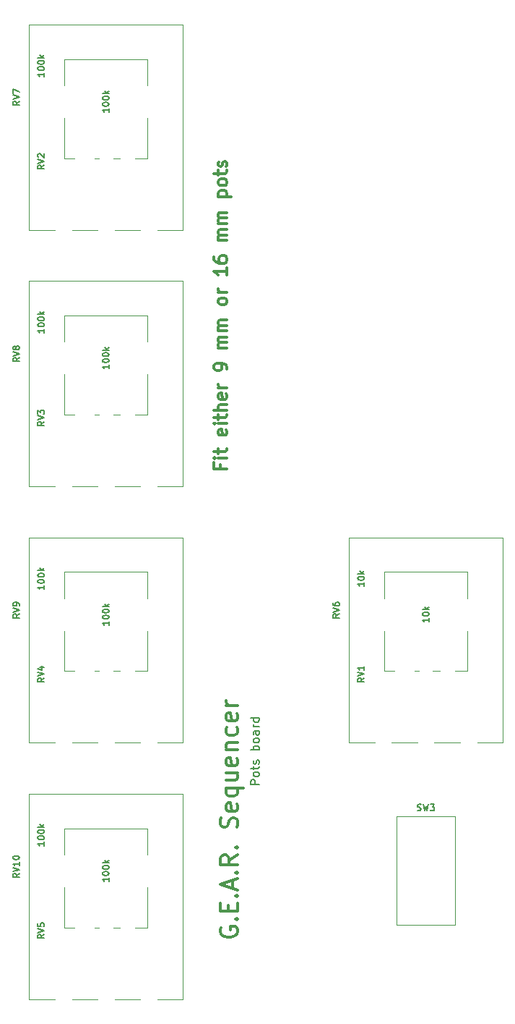
<source format=gbr>
%TF.GenerationSoftware,KiCad,Pcbnew,5.1.12-84ad8e8a86~92~ubuntu20.04.1*%
%TF.CreationDate,2021-11-13T15:40:40-05:00*%
%TF.ProjectId,gearseq,67656172-7365-4712-9e6b-696361645f70,rev?*%
%TF.SameCoordinates,Original*%
%TF.FileFunction,Legend,Top*%
%TF.FilePolarity,Positive*%
%FSLAX46Y46*%
G04 Gerber Fmt 4.6, Leading zero omitted, Abs format (unit mm)*
G04 Created by KiCad (PCBNEW 5.1.12-84ad8e8a86~92~ubuntu20.04.1) date 2021-11-13 15:40:40*
%MOMM*%
%LPD*%
G01*
G04 APERTURE LIST*
%ADD10C,0.150000*%
%ADD11C,0.300000*%
%ADD12C,0.120000*%
G04 APERTURE END LIST*
D10*
X203452380Y-111904761D02*
X202452380Y-111904761D01*
X202452380Y-111523809D01*
X202500000Y-111428571D01*
X202547619Y-111380952D01*
X202642857Y-111333333D01*
X202785714Y-111333333D01*
X202880952Y-111380952D01*
X202928571Y-111428571D01*
X202976190Y-111523809D01*
X202976190Y-111904761D01*
X203452380Y-110761904D02*
X203404761Y-110857142D01*
X203357142Y-110904761D01*
X203261904Y-110952380D01*
X202976190Y-110952380D01*
X202880952Y-110904761D01*
X202833333Y-110857142D01*
X202785714Y-110761904D01*
X202785714Y-110619047D01*
X202833333Y-110523809D01*
X202880952Y-110476190D01*
X202976190Y-110428571D01*
X203261904Y-110428571D01*
X203357142Y-110476190D01*
X203404761Y-110523809D01*
X203452380Y-110619047D01*
X203452380Y-110761904D01*
X202785714Y-110142857D02*
X202785714Y-109761904D01*
X202452380Y-110000000D02*
X203309523Y-110000000D01*
X203404761Y-109952380D01*
X203452380Y-109857142D01*
X203452380Y-109761904D01*
X203404761Y-109476190D02*
X203452380Y-109380952D01*
X203452380Y-109190476D01*
X203404761Y-109095238D01*
X203309523Y-109047619D01*
X203261904Y-109047619D01*
X203166666Y-109095238D01*
X203119047Y-109190476D01*
X203119047Y-109333333D01*
X203071428Y-109428571D01*
X202976190Y-109476190D01*
X202928571Y-109476190D01*
X202833333Y-109428571D01*
X202785714Y-109333333D01*
X202785714Y-109190476D01*
X202833333Y-109095238D01*
X203452380Y-107857142D02*
X202452380Y-107857142D01*
X202833333Y-107857142D02*
X202785714Y-107761904D01*
X202785714Y-107571428D01*
X202833333Y-107476190D01*
X202880952Y-107428571D01*
X202976190Y-107380952D01*
X203261904Y-107380952D01*
X203357142Y-107428571D01*
X203404761Y-107476190D01*
X203452380Y-107571428D01*
X203452380Y-107761904D01*
X203404761Y-107857142D01*
X203452380Y-106809523D02*
X203404761Y-106904761D01*
X203357142Y-106952380D01*
X203261904Y-107000000D01*
X202976190Y-107000000D01*
X202880952Y-106952380D01*
X202833333Y-106904761D01*
X202785714Y-106809523D01*
X202785714Y-106666666D01*
X202833333Y-106571428D01*
X202880952Y-106523809D01*
X202976190Y-106476190D01*
X203261904Y-106476190D01*
X203357142Y-106523809D01*
X203404761Y-106571428D01*
X203452380Y-106666666D01*
X203452380Y-106809523D01*
X203452380Y-105619047D02*
X202928571Y-105619047D01*
X202833333Y-105666666D01*
X202785714Y-105761904D01*
X202785714Y-105952380D01*
X202833333Y-106047619D01*
X203404761Y-105619047D02*
X203452380Y-105714285D01*
X203452380Y-105952380D01*
X203404761Y-106047619D01*
X203309523Y-106095238D01*
X203214285Y-106095238D01*
X203119047Y-106047619D01*
X203071428Y-105952380D01*
X203071428Y-105714285D01*
X203023809Y-105619047D01*
X203452380Y-105142857D02*
X202785714Y-105142857D01*
X202976190Y-105142857D02*
X202880952Y-105095238D01*
X202833333Y-105047619D01*
X202785714Y-104952380D01*
X202785714Y-104857142D01*
X203452380Y-104095238D02*
X202452380Y-104095238D01*
X203404761Y-104095238D02*
X203452380Y-104190476D01*
X203452380Y-104380952D01*
X203404761Y-104476190D01*
X203357142Y-104523809D01*
X203261904Y-104571428D01*
X202976190Y-104571428D01*
X202880952Y-104523809D01*
X202833333Y-104476190D01*
X202785714Y-104380952D01*
X202785714Y-104190476D01*
X202833333Y-104095238D01*
D11*
X198892857Y-74464285D02*
X198892857Y-74964285D01*
X199678571Y-74964285D02*
X198178571Y-74964285D01*
X198178571Y-74250000D01*
X199678571Y-73678571D02*
X198678571Y-73678571D01*
X198178571Y-73678571D02*
X198250000Y-73750000D01*
X198321428Y-73678571D01*
X198250000Y-73607142D01*
X198178571Y-73678571D01*
X198321428Y-73678571D01*
X198678571Y-73178571D02*
X198678571Y-72607142D01*
X198178571Y-72964285D02*
X199464285Y-72964285D01*
X199607142Y-72892857D01*
X199678571Y-72750000D01*
X199678571Y-72607142D01*
X199607142Y-70392857D02*
X199678571Y-70535714D01*
X199678571Y-70821428D01*
X199607142Y-70964285D01*
X199464285Y-71035714D01*
X198892857Y-71035714D01*
X198750000Y-70964285D01*
X198678571Y-70821428D01*
X198678571Y-70535714D01*
X198750000Y-70392857D01*
X198892857Y-70321428D01*
X199035714Y-70321428D01*
X199178571Y-71035714D01*
X199678571Y-69678571D02*
X198678571Y-69678571D01*
X198178571Y-69678571D02*
X198250000Y-69750000D01*
X198321428Y-69678571D01*
X198250000Y-69607142D01*
X198178571Y-69678571D01*
X198321428Y-69678571D01*
X198678571Y-69178571D02*
X198678571Y-68607142D01*
X198178571Y-68964285D02*
X199464285Y-68964285D01*
X199607142Y-68892857D01*
X199678571Y-68750000D01*
X199678571Y-68607142D01*
X199678571Y-68107142D02*
X198178571Y-68107142D01*
X199678571Y-67464285D02*
X198892857Y-67464285D01*
X198750000Y-67535714D01*
X198678571Y-67678571D01*
X198678571Y-67892857D01*
X198750000Y-68035714D01*
X198821428Y-68107142D01*
X199607142Y-66178571D02*
X199678571Y-66321428D01*
X199678571Y-66607142D01*
X199607142Y-66750000D01*
X199464285Y-66821428D01*
X198892857Y-66821428D01*
X198750000Y-66750000D01*
X198678571Y-66607142D01*
X198678571Y-66321428D01*
X198750000Y-66178571D01*
X198892857Y-66107142D01*
X199035714Y-66107142D01*
X199178571Y-66821428D01*
X199678571Y-65464285D02*
X198678571Y-65464285D01*
X198964285Y-65464285D02*
X198821428Y-65392857D01*
X198750000Y-65321428D01*
X198678571Y-65178571D01*
X198678571Y-65035714D01*
X199678571Y-63321428D02*
X199678571Y-63035714D01*
X199607142Y-62892857D01*
X199535714Y-62821428D01*
X199321428Y-62678571D01*
X199035714Y-62607142D01*
X198464285Y-62607142D01*
X198321428Y-62678571D01*
X198250000Y-62750000D01*
X198178571Y-62892857D01*
X198178571Y-63178571D01*
X198250000Y-63321428D01*
X198321428Y-63392857D01*
X198464285Y-63464285D01*
X198821428Y-63464285D01*
X198964285Y-63392857D01*
X199035714Y-63321428D01*
X199107142Y-63178571D01*
X199107142Y-62892857D01*
X199035714Y-62750000D01*
X198964285Y-62678571D01*
X198821428Y-62607142D01*
X199678571Y-60821428D02*
X198678571Y-60821428D01*
X198821428Y-60821428D02*
X198750000Y-60750000D01*
X198678571Y-60607142D01*
X198678571Y-60392857D01*
X198750000Y-60250000D01*
X198892857Y-60178571D01*
X199678571Y-60178571D01*
X198892857Y-60178571D02*
X198750000Y-60107142D01*
X198678571Y-59964285D01*
X198678571Y-59750000D01*
X198750000Y-59607142D01*
X198892857Y-59535714D01*
X199678571Y-59535714D01*
X199678571Y-58821428D02*
X198678571Y-58821428D01*
X198821428Y-58821428D02*
X198750000Y-58750000D01*
X198678571Y-58607142D01*
X198678571Y-58392857D01*
X198750000Y-58250000D01*
X198892857Y-58178571D01*
X199678571Y-58178571D01*
X198892857Y-58178571D02*
X198750000Y-58107142D01*
X198678571Y-57964285D01*
X198678571Y-57750000D01*
X198750000Y-57607142D01*
X198892857Y-57535714D01*
X199678571Y-57535714D01*
X199678571Y-55464285D02*
X199607142Y-55607142D01*
X199535714Y-55678571D01*
X199392857Y-55750000D01*
X198964285Y-55750000D01*
X198821428Y-55678571D01*
X198750000Y-55607142D01*
X198678571Y-55464285D01*
X198678571Y-55250000D01*
X198750000Y-55107142D01*
X198821428Y-55035714D01*
X198964285Y-54964285D01*
X199392857Y-54964285D01*
X199535714Y-55035714D01*
X199607142Y-55107142D01*
X199678571Y-55250000D01*
X199678571Y-55464285D01*
X199678571Y-54321428D02*
X198678571Y-54321428D01*
X198964285Y-54321428D02*
X198821428Y-54250000D01*
X198750000Y-54178571D01*
X198678571Y-54035714D01*
X198678571Y-53892857D01*
X199678571Y-51464285D02*
X199678571Y-52321428D01*
X199678571Y-51892857D02*
X198178571Y-51892857D01*
X198392857Y-52035714D01*
X198535714Y-52178571D01*
X198607142Y-52321428D01*
X198178571Y-50178571D02*
X198178571Y-50464285D01*
X198250000Y-50607142D01*
X198321428Y-50678571D01*
X198535714Y-50821428D01*
X198821428Y-50892857D01*
X199392857Y-50892857D01*
X199535714Y-50821428D01*
X199607142Y-50750000D01*
X199678571Y-50607142D01*
X199678571Y-50321428D01*
X199607142Y-50178571D01*
X199535714Y-50107142D01*
X199392857Y-50035714D01*
X199035714Y-50035714D01*
X198892857Y-50107142D01*
X198821428Y-50178571D01*
X198750000Y-50321428D01*
X198750000Y-50607142D01*
X198821428Y-50750000D01*
X198892857Y-50821428D01*
X199035714Y-50892857D01*
X199678571Y-48250000D02*
X198678571Y-48250000D01*
X198821428Y-48250000D02*
X198750000Y-48178571D01*
X198678571Y-48035714D01*
X198678571Y-47821428D01*
X198750000Y-47678571D01*
X198892857Y-47607142D01*
X199678571Y-47607142D01*
X198892857Y-47607142D02*
X198750000Y-47535714D01*
X198678571Y-47392857D01*
X198678571Y-47178571D01*
X198750000Y-47035714D01*
X198892857Y-46964285D01*
X199678571Y-46964285D01*
X199678571Y-46250000D02*
X198678571Y-46250000D01*
X198821428Y-46250000D02*
X198750000Y-46178571D01*
X198678571Y-46035714D01*
X198678571Y-45821428D01*
X198750000Y-45678571D01*
X198892857Y-45607142D01*
X199678571Y-45607142D01*
X198892857Y-45607142D02*
X198750000Y-45535714D01*
X198678571Y-45392857D01*
X198678571Y-45178571D01*
X198750000Y-45035714D01*
X198892857Y-44964285D01*
X199678571Y-44964285D01*
X198678571Y-43107142D02*
X200178571Y-43107142D01*
X198750000Y-43107142D02*
X198678571Y-42964285D01*
X198678571Y-42678571D01*
X198750000Y-42535714D01*
X198821428Y-42464285D01*
X198964285Y-42392857D01*
X199392857Y-42392857D01*
X199535714Y-42464285D01*
X199607142Y-42535714D01*
X199678571Y-42678571D01*
X199678571Y-42964285D01*
X199607142Y-43107142D01*
X199678571Y-41535714D02*
X199607142Y-41678571D01*
X199535714Y-41750000D01*
X199392857Y-41821428D01*
X198964285Y-41821428D01*
X198821428Y-41750000D01*
X198750000Y-41678571D01*
X198678571Y-41535714D01*
X198678571Y-41321428D01*
X198750000Y-41178571D01*
X198821428Y-41107142D01*
X198964285Y-41035714D01*
X199392857Y-41035714D01*
X199535714Y-41107142D01*
X199607142Y-41178571D01*
X199678571Y-41321428D01*
X199678571Y-41535714D01*
X198678571Y-40607142D02*
X198678571Y-40035714D01*
X198178571Y-40392857D02*
X199464285Y-40392857D01*
X199607142Y-40321428D01*
X199678571Y-40178571D01*
X199678571Y-40035714D01*
X199607142Y-39607142D02*
X199678571Y-39464285D01*
X199678571Y-39178571D01*
X199607142Y-39035714D01*
X199464285Y-38964285D01*
X199392857Y-38964285D01*
X199250000Y-39035714D01*
X199178571Y-39178571D01*
X199178571Y-39392857D01*
X199107142Y-39535714D01*
X198964285Y-39607142D01*
X198892857Y-39607142D01*
X198750000Y-39535714D01*
X198678571Y-39392857D01*
X198678571Y-39178571D01*
X198750000Y-39035714D01*
X199000000Y-128619047D02*
X198904761Y-128809523D01*
X198904761Y-129095238D01*
X199000000Y-129380952D01*
X199190476Y-129571428D01*
X199380952Y-129666666D01*
X199761904Y-129761904D01*
X200047619Y-129761904D01*
X200428571Y-129666666D01*
X200619047Y-129571428D01*
X200809523Y-129380952D01*
X200904761Y-129095238D01*
X200904761Y-128904761D01*
X200809523Y-128619047D01*
X200714285Y-128523809D01*
X200047619Y-128523809D01*
X200047619Y-128904761D01*
X200714285Y-127666666D02*
X200809523Y-127571428D01*
X200904761Y-127666666D01*
X200809523Y-127761904D01*
X200714285Y-127666666D01*
X200904761Y-127666666D01*
X199857142Y-126714285D02*
X199857142Y-126047619D01*
X200904761Y-125761904D02*
X200904761Y-126714285D01*
X198904761Y-126714285D01*
X198904761Y-125761904D01*
X200714285Y-124904761D02*
X200809523Y-124809523D01*
X200904761Y-124904761D01*
X200809523Y-125000000D01*
X200714285Y-124904761D01*
X200904761Y-124904761D01*
X200333333Y-124047619D02*
X200333333Y-123095238D01*
X200904761Y-124238095D02*
X198904761Y-123571428D01*
X200904761Y-122904761D01*
X200714285Y-122238095D02*
X200809523Y-122142857D01*
X200904761Y-122238095D01*
X200809523Y-122333333D01*
X200714285Y-122238095D01*
X200904761Y-122238095D01*
X200904761Y-120142857D02*
X199952380Y-120809523D01*
X200904761Y-121285714D02*
X198904761Y-121285714D01*
X198904761Y-120523809D01*
X199000000Y-120333333D01*
X199095238Y-120238095D01*
X199285714Y-120142857D01*
X199571428Y-120142857D01*
X199761904Y-120238095D01*
X199857142Y-120333333D01*
X199952380Y-120523809D01*
X199952380Y-121285714D01*
X200714285Y-119285714D02*
X200809523Y-119190476D01*
X200904761Y-119285714D01*
X200809523Y-119380952D01*
X200714285Y-119285714D01*
X200904761Y-119285714D01*
X200809523Y-116904761D02*
X200904761Y-116619047D01*
X200904761Y-116142857D01*
X200809523Y-115952380D01*
X200714285Y-115857142D01*
X200523809Y-115761904D01*
X200333333Y-115761904D01*
X200142857Y-115857142D01*
X200047619Y-115952380D01*
X199952380Y-116142857D01*
X199857142Y-116523809D01*
X199761904Y-116714285D01*
X199666666Y-116809523D01*
X199476190Y-116904761D01*
X199285714Y-116904761D01*
X199095238Y-116809523D01*
X199000000Y-116714285D01*
X198904761Y-116523809D01*
X198904761Y-116047619D01*
X199000000Y-115761904D01*
X200809523Y-114142857D02*
X200904761Y-114333333D01*
X200904761Y-114714285D01*
X200809523Y-114904761D01*
X200619047Y-115000000D01*
X199857142Y-115000000D01*
X199666666Y-114904761D01*
X199571428Y-114714285D01*
X199571428Y-114333333D01*
X199666666Y-114142857D01*
X199857142Y-114047619D01*
X200047619Y-114047619D01*
X200238095Y-115000000D01*
X199571428Y-112333333D02*
X201571428Y-112333333D01*
X200809523Y-112333333D02*
X200904761Y-112523809D01*
X200904761Y-112904761D01*
X200809523Y-113095238D01*
X200714285Y-113190476D01*
X200523809Y-113285714D01*
X199952380Y-113285714D01*
X199761904Y-113190476D01*
X199666666Y-113095238D01*
X199571428Y-112904761D01*
X199571428Y-112523809D01*
X199666666Y-112333333D01*
X199571428Y-110523809D02*
X200904761Y-110523809D01*
X199571428Y-111380952D02*
X200619047Y-111380952D01*
X200809523Y-111285714D01*
X200904761Y-111095238D01*
X200904761Y-110809523D01*
X200809523Y-110619047D01*
X200714285Y-110523809D01*
X200809523Y-108809523D02*
X200904761Y-109000000D01*
X200904761Y-109380952D01*
X200809523Y-109571428D01*
X200619047Y-109666666D01*
X199857142Y-109666666D01*
X199666666Y-109571428D01*
X199571428Y-109380952D01*
X199571428Y-109000000D01*
X199666666Y-108809523D01*
X199857142Y-108714285D01*
X200047619Y-108714285D01*
X200238095Y-109666666D01*
X199571428Y-107857142D02*
X200904761Y-107857142D01*
X199761904Y-107857142D02*
X199666666Y-107761904D01*
X199571428Y-107571428D01*
X199571428Y-107285714D01*
X199666666Y-107095238D01*
X199857142Y-107000000D01*
X200904761Y-107000000D01*
X200809523Y-105190476D02*
X200904761Y-105380952D01*
X200904761Y-105761904D01*
X200809523Y-105952380D01*
X200714285Y-106047619D01*
X200523809Y-106142857D01*
X199952380Y-106142857D01*
X199761904Y-106047619D01*
X199666666Y-105952380D01*
X199571428Y-105761904D01*
X199571428Y-105380952D01*
X199666666Y-105190476D01*
X200809523Y-103571428D02*
X200904761Y-103761904D01*
X200904761Y-104142857D01*
X200809523Y-104333333D01*
X200619047Y-104428571D01*
X199857142Y-104428571D01*
X199666666Y-104333333D01*
X199571428Y-104142857D01*
X199571428Y-103761904D01*
X199666666Y-103571428D01*
X199857142Y-103476190D01*
X200047619Y-103476190D01*
X200238095Y-104428571D01*
X200904761Y-102619047D02*
X199571428Y-102619047D01*
X199952380Y-102619047D02*
X199761904Y-102523809D01*
X199666666Y-102428571D01*
X199571428Y-102238095D01*
X199571428Y-102047619D01*
D12*
%TO.C,RV5*%
X190370000Y-117030000D02*
X180630000Y-117030000D01*
X190370000Y-128620000D02*
X188880000Y-128620000D01*
X190370000Y-120090000D02*
X190370000Y-117030000D01*
X180620000Y-128620000D02*
X180620000Y-123900000D01*
X180630000Y-120090000D02*
X180630000Y-117030000D01*
X190370000Y-128620000D02*
X190370000Y-123900000D01*
X181810000Y-128620000D02*
X180630000Y-128620000D01*
X184710000Y-128620000D02*
X184180000Y-128620000D01*
X187160000Y-128620000D02*
X186330000Y-128620000D01*
%TO.C,RV3*%
X190370000Y-57030000D02*
X180630000Y-57030000D01*
X190370000Y-68620000D02*
X188880000Y-68620000D01*
X190370000Y-60090000D02*
X190370000Y-57030000D01*
X180620000Y-68620000D02*
X180620000Y-63900000D01*
X180630000Y-60090000D02*
X180630000Y-57030000D01*
X190370000Y-68620000D02*
X190370000Y-63900000D01*
X181810000Y-68620000D02*
X180630000Y-68620000D01*
X184710000Y-68620000D02*
X184180000Y-68620000D01*
X187160000Y-68620000D02*
X186330000Y-68620000D01*
%TO.C,RV1*%
X227870000Y-87030000D02*
X218130000Y-87030000D01*
X227870000Y-98620000D02*
X226380000Y-98620000D01*
X227870000Y-90090000D02*
X227870000Y-87030000D01*
X218120000Y-98620000D02*
X218120000Y-93900000D01*
X218130000Y-90090000D02*
X218130000Y-87030000D01*
X227870000Y-98620000D02*
X227870000Y-93900000D01*
X219310000Y-98620000D02*
X218130000Y-98620000D01*
X222210000Y-98620000D02*
X221680000Y-98620000D01*
X224660000Y-98620000D02*
X223830000Y-98620000D01*
%TO.C,RV10*%
X179500000Y-137000000D02*
X176500000Y-137000000D01*
X184500000Y-137000000D02*
X181500000Y-137000000D01*
X189500000Y-137000000D02*
X186500000Y-137000000D01*
X194500000Y-137000000D02*
X191500000Y-137000000D01*
X194500000Y-113000000D02*
X194500000Y-137000000D01*
X176500000Y-113000000D02*
X194500000Y-113000000D01*
X176500000Y-137000000D02*
X176500000Y-113000000D01*
%TO.C,RV9*%
X179500000Y-107000000D02*
X176500000Y-107000000D01*
X184500000Y-107000000D02*
X181500000Y-107000000D01*
X189500000Y-107000000D02*
X186500000Y-107000000D01*
X194500000Y-107000000D02*
X191500000Y-107000000D01*
X194500000Y-83000000D02*
X194500000Y-107000000D01*
X176500000Y-83000000D02*
X194500000Y-83000000D01*
X176500000Y-107000000D02*
X176500000Y-83000000D01*
%TO.C,RV2*%
X190370000Y-27030000D02*
X180630000Y-27030000D01*
X190370000Y-38620000D02*
X188880000Y-38620000D01*
X190370000Y-30090000D02*
X190370000Y-27030000D01*
X180620000Y-38620000D02*
X180620000Y-33900000D01*
X180630000Y-30090000D02*
X180630000Y-27030000D01*
X190370000Y-38620000D02*
X190370000Y-33900000D01*
X181810000Y-38620000D02*
X180630000Y-38620000D01*
X184710000Y-38620000D02*
X184180000Y-38620000D01*
X187160000Y-38620000D02*
X186330000Y-38620000D01*
%TO.C,RV4*%
X190370000Y-87030000D02*
X180630000Y-87030000D01*
X190370000Y-98620000D02*
X188880000Y-98620000D01*
X190370000Y-90090000D02*
X190370000Y-87030000D01*
X180620000Y-98620000D02*
X180620000Y-93900000D01*
X180630000Y-90090000D02*
X180630000Y-87030000D01*
X190370000Y-98620000D02*
X190370000Y-93900000D01*
X181810000Y-98620000D02*
X180630000Y-98620000D01*
X184710000Y-98620000D02*
X184180000Y-98620000D01*
X187160000Y-98620000D02*
X186330000Y-98620000D01*
%TO.C,RV6*%
X217000000Y-107000000D02*
X214000000Y-107000000D01*
X222000000Y-107000000D02*
X219000000Y-107000000D01*
X227000000Y-107000000D02*
X224000000Y-107000000D01*
X232000000Y-107000000D02*
X229000000Y-107000000D01*
X232000000Y-83000000D02*
X232000000Y-107000000D01*
X214000000Y-83000000D02*
X232000000Y-83000000D01*
X214000000Y-107000000D02*
X214000000Y-83000000D01*
%TO.C,RV8*%
X179500000Y-77000000D02*
X176500000Y-77000000D01*
X184500000Y-77000000D02*
X181500000Y-77000000D01*
X189500000Y-77000000D02*
X186500000Y-77000000D01*
X194500000Y-77000000D02*
X191500000Y-77000000D01*
X194500000Y-53000000D02*
X194500000Y-77000000D01*
X176500000Y-53000000D02*
X194500000Y-53000000D01*
X176500000Y-77000000D02*
X176500000Y-53000000D01*
%TO.C,SW3*%
X226430000Y-115650000D02*
X226430000Y-128350000D01*
X226430000Y-128350000D02*
X219570000Y-128350000D01*
X219570000Y-128340000D02*
X219570000Y-115650000D01*
X219570000Y-115650000D02*
X226420000Y-115650000D01*
X226420000Y-115650000D02*
X226420000Y-115660000D01*
%TO.C,RV7*%
X179500000Y-47000000D02*
X176500000Y-47000000D01*
X184500000Y-47000000D02*
X181500000Y-47000000D01*
X189500000Y-47000000D02*
X186500000Y-47000000D01*
X194500000Y-47000000D02*
X191500000Y-47000000D01*
X194500000Y-23000000D02*
X194500000Y-47000000D01*
X176500000Y-23000000D02*
X194500000Y-23000000D01*
X176500000Y-47000000D02*
X176500000Y-23000000D01*
%TO.C,RV5*%
D10*
X178259285Y-129438428D02*
X177902142Y-129688428D01*
X178259285Y-129867000D02*
X177509285Y-129867000D01*
X177509285Y-129581285D01*
X177545000Y-129509857D01*
X177580714Y-129474142D01*
X177652142Y-129438428D01*
X177759285Y-129438428D01*
X177830714Y-129474142D01*
X177866428Y-129509857D01*
X177902142Y-129581285D01*
X177902142Y-129867000D01*
X177509285Y-129224142D02*
X178259285Y-128974142D01*
X177509285Y-128724142D01*
X177509285Y-128117000D02*
X177509285Y-128474142D01*
X177866428Y-128509857D01*
X177830714Y-128474142D01*
X177795000Y-128402714D01*
X177795000Y-128224142D01*
X177830714Y-128152714D01*
X177866428Y-128117000D01*
X177937857Y-128081285D01*
X178116428Y-128081285D01*
X178187857Y-128117000D01*
X178223571Y-128152714D01*
X178259285Y-128224142D01*
X178259285Y-128402714D01*
X178223571Y-128474142D01*
X178187857Y-128509857D01*
X178259285Y-118619571D02*
X178259285Y-119048142D01*
X178259285Y-118833857D02*
X177509285Y-118833857D01*
X177616428Y-118905285D01*
X177687857Y-118976714D01*
X177723571Y-119048142D01*
X177509285Y-118155285D02*
X177509285Y-118083857D01*
X177545000Y-118012428D01*
X177580714Y-117976714D01*
X177652142Y-117941000D01*
X177795000Y-117905285D01*
X177973571Y-117905285D01*
X178116428Y-117941000D01*
X178187857Y-117976714D01*
X178223571Y-118012428D01*
X178259285Y-118083857D01*
X178259285Y-118155285D01*
X178223571Y-118226714D01*
X178187857Y-118262428D01*
X178116428Y-118298142D01*
X177973571Y-118333857D01*
X177795000Y-118333857D01*
X177652142Y-118298142D01*
X177580714Y-118262428D01*
X177545000Y-118226714D01*
X177509285Y-118155285D01*
X177509285Y-117441000D02*
X177509285Y-117369571D01*
X177545000Y-117298142D01*
X177580714Y-117262428D01*
X177652142Y-117226714D01*
X177795000Y-117191000D01*
X177973571Y-117191000D01*
X178116428Y-117226714D01*
X178187857Y-117262428D01*
X178223571Y-117298142D01*
X178259285Y-117369571D01*
X178259285Y-117441000D01*
X178223571Y-117512428D01*
X178187857Y-117548142D01*
X178116428Y-117583857D01*
X177973571Y-117619571D01*
X177795000Y-117619571D01*
X177652142Y-117583857D01*
X177580714Y-117548142D01*
X177545000Y-117512428D01*
X177509285Y-117441000D01*
X178259285Y-116869571D02*
X177509285Y-116869571D01*
X177973571Y-116798142D02*
X178259285Y-116583857D01*
X177759285Y-116583857D02*
X178045000Y-116869571D01*
%TO.C,RV3*%
X178259285Y-69438428D02*
X177902142Y-69688428D01*
X178259285Y-69867000D02*
X177509285Y-69867000D01*
X177509285Y-69581285D01*
X177545000Y-69509857D01*
X177580714Y-69474142D01*
X177652142Y-69438428D01*
X177759285Y-69438428D01*
X177830714Y-69474142D01*
X177866428Y-69509857D01*
X177902142Y-69581285D01*
X177902142Y-69867000D01*
X177509285Y-69224142D02*
X178259285Y-68974142D01*
X177509285Y-68724142D01*
X177509285Y-68545571D02*
X177509285Y-68081285D01*
X177795000Y-68331285D01*
X177795000Y-68224142D01*
X177830714Y-68152714D01*
X177866428Y-68117000D01*
X177937857Y-68081285D01*
X178116428Y-68081285D01*
X178187857Y-68117000D01*
X178223571Y-68152714D01*
X178259285Y-68224142D01*
X178259285Y-68438428D01*
X178223571Y-68509857D01*
X178187857Y-68545571D01*
X178259285Y-58619571D02*
X178259285Y-59048142D01*
X178259285Y-58833857D02*
X177509285Y-58833857D01*
X177616428Y-58905285D01*
X177687857Y-58976714D01*
X177723571Y-59048142D01*
X177509285Y-58155285D02*
X177509285Y-58083857D01*
X177545000Y-58012428D01*
X177580714Y-57976714D01*
X177652142Y-57941000D01*
X177795000Y-57905285D01*
X177973571Y-57905285D01*
X178116428Y-57941000D01*
X178187857Y-57976714D01*
X178223571Y-58012428D01*
X178259285Y-58083857D01*
X178259285Y-58155285D01*
X178223571Y-58226714D01*
X178187857Y-58262428D01*
X178116428Y-58298142D01*
X177973571Y-58333857D01*
X177795000Y-58333857D01*
X177652142Y-58298142D01*
X177580714Y-58262428D01*
X177545000Y-58226714D01*
X177509285Y-58155285D01*
X177509285Y-57441000D02*
X177509285Y-57369571D01*
X177545000Y-57298142D01*
X177580714Y-57262428D01*
X177652142Y-57226714D01*
X177795000Y-57191000D01*
X177973571Y-57191000D01*
X178116428Y-57226714D01*
X178187857Y-57262428D01*
X178223571Y-57298142D01*
X178259285Y-57369571D01*
X178259285Y-57441000D01*
X178223571Y-57512428D01*
X178187857Y-57548142D01*
X178116428Y-57583857D01*
X177973571Y-57619571D01*
X177795000Y-57619571D01*
X177652142Y-57583857D01*
X177580714Y-57548142D01*
X177545000Y-57512428D01*
X177509285Y-57441000D01*
X178259285Y-56869571D02*
X177509285Y-56869571D01*
X177973571Y-56798142D02*
X178259285Y-56583857D01*
X177759285Y-56583857D02*
X178045000Y-56869571D01*
%TO.C,RV1*%
X215759285Y-99438428D02*
X215402142Y-99688428D01*
X215759285Y-99867000D02*
X215009285Y-99867000D01*
X215009285Y-99581285D01*
X215045000Y-99509857D01*
X215080714Y-99474142D01*
X215152142Y-99438428D01*
X215259285Y-99438428D01*
X215330714Y-99474142D01*
X215366428Y-99509857D01*
X215402142Y-99581285D01*
X215402142Y-99867000D01*
X215009285Y-99224142D02*
X215759285Y-98974142D01*
X215009285Y-98724142D01*
X215759285Y-98081285D02*
X215759285Y-98509857D01*
X215759285Y-98295571D02*
X215009285Y-98295571D01*
X215116428Y-98367000D01*
X215187857Y-98438428D01*
X215223571Y-98509857D01*
X215759285Y-88262428D02*
X215759285Y-88691000D01*
X215759285Y-88476714D02*
X215009285Y-88476714D01*
X215116428Y-88548142D01*
X215187857Y-88619571D01*
X215223571Y-88691000D01*
X215009285Y-87798142D02*
X215009285Y-87726714D01*
X215045000Y-87655285D01*
X215080714Y-87619571D01*
X215152142Y-87583857D01*
X215295000Y-87548142D01*
X215473571Y-87548142D01*
X215616428Y-87583857D01*
X215687857Y-87619571D01*
X215723571Y-87655285D01*
X215759285Y-87726714D01*
X215759285Y-87798142D01*
X215723571Y-87869571D01*
X215687857Y-87905285D01*
X215616428Y-87941000D01*
X215473571Y-87976714D01*
X215295000Y-87976714D01*
X215152142Y-87941000D01*
X215080714Y-87905285D01*
X215045000Y-87869571D01*
X215009285Y-87798142D01*
X215759285Y-87226714D02*
X215009285Y-87226714D01*
X215473571Y-87155285D02*
X215759285Y-86941000D01*
X215259285Y-86941000D02*
X215545000Y-87226714D01*
%TO.C,RV10*%
X175339285Y-122303571D02*
X174982142Y-122553571D01*
X175339285Y-122732142D02*
X174589285Y-122732142D01*
X174589285Y-122446428D01*
X174625000Y-122375000D01*
X174660714Y-122339285D01*
X174732142Y-122303571D01*
X174839285Y-122303571D01*
X174910714Y-122339285D01*
X174946428Y-122375000D01*
X174982142Y-122446428D01*
X174982142Y-122732142D01*
X174589285Y-122089285D02*
X175339285Y-121839285D01*
X174589285Y-121589285D01*
X175339285Y-120946428D02*
X175339285Y-121375000D01*
X175339285Y-121160714D02*
X174589285Y-121160714D01*
X174696428Y-121232142D01*
X174767857Y-121303571D01*
X174803571Y-121375000D01*
X174589285Y-120482142D02*
X174589285Y-120410714D01*
X174625000Y-120339285D01*
X174660714Y-120303571D01*
X174732142Y-120267857D01*
X174875000Y-120232142D01*
X175053571Y-120232142D01*
X175196428Y-120267857D01*
X175267857Y-120303571D01*
X175303571Y-120339285D01*
X175339285Y-120410714D01*
X175339285Y-120482142D01*
X175303571Y-120553571D01*
X175267857Y-120589285D01*
X175196428Y-120625000D01*
X175053571Y-120660714D01*
X174875000Y-120660714D01*
X174732142Y-120625000D01*
X174660714Y-120589285D01*
X174625000Y-120553571D01*
X174589285Y-120482142D01*
X185839285Y-122803571D02*
X185839285Y-123232142D01*
X185839285Y-123017857D02*
X185089285Y-123017857D01*
X185196428Y-123089285D01*
X185267857Y-123160714D01*
X185303571Y-123232142D01*
X185089285Y-122339285D02*
X185089285Y-122267857D01*
X185125000Y-122196428D01*
X185160714Y-122160714D01*
X185232142Y-122125000D01*
X185375000Y-122089285D01*
X185553571Y-122089285D01*
X185696428Y-122125000D01*
X185767857Y-122160714D01*
X185803571Y-122196428D01*
X185839285Y-122267857D01*
X185839285Y-122339285D01*
X185803571Y-122410714D01*
X185767857Y-122446428D01*
X185696428Y-122482142D01*
X185553571Y-122517857D01*
X185375000Y-122517857D01*
X185232142Y-122482142D01*
X185160714Y-122446428D01*
X185125000Y-122410714D01*
X185089285Y-122339285D01*
X185089285Y-121625000D02*
X185089285Y-121553571D01*
X185125000Y-121482142D01*
X185160714Y-121446428D01*
X185232142Y-121410714D01*
X185375000Y-121375000D01*
X185553571Y-121375000D01*
X185696428Y-121410714D01*
X185767857Y-121446428D01*
X185803571Y-121482142D01*
X185839285Y-121553571D01*
X185839285Y-121625000D01*
X185803571Y-121696428D01*
X185767857Y-121732142D01*
X185696428Y-121767857D01*
X185553571Y-121803571D01*
X185375000Y-121803571D01*
X185232142Y-121767857D01*
X185160714Y-121732142D01*
X185125000Y-121696428D01*
X185089285Y-121625000D01*
X185839285Y-121053571D02*
X185089285Y-121053571D01*
X185553571Y-120982142D02*
X185839285Y-120767857D01*
X185339285Y-120767857D02*
X185625000Y-121053571D01*
%TO.C,RV9*%
X175339285Y-91946428D02*
X174982142Y-92196428D01*
X175339285Y-92375000D02*
X174589285Y-92375000D01*
X174589285Y-92089285D01*
X174625000Y-92017857D01*
X174660714Y-91982142D01*
X174732142Y-91946428D01*
X174839285Y-91946428D01*
X174910714Y-91982142D01*
X174946428Y-92017857D01*
X174982142Y-92089285D01*
X174982142Y-92375000D01*
X174589285Y-91732142D02*
X175339285Y-91482142D01*
X174589285Y-91232142D01*
X175339285Y-90946428D02*
X175339285Y-90803571D01*
X175303571Y-90732142D01*
X175267857Y-90696428D01*
X175160714Y-90625000D01*
X175017857Y-90589285D01*
X174732142Y-90589285D01*
X174660714Y-90625000D01*
X174625000Y-90660714D01*
X174589285Y-90732142D01*
X174589285Y-90875000D01*
X174625000Y-90946428D01*
X174660714Y-90982142D01*
X174732142Y-91017857D01*
X174910714Y-91017857D01*
X174982142Y-90982142D01*
X175017857Y-90946428D01*
X175053571Y-90875000D01*
X175053571Y-90732142D01*
X175017857Y-90660714D01*
X174982142Y-90625000D01*
X174910714Y-90589285D01*
X185839285Y-92803571D02*
X185839285Y-93232142D01*
X185839285Y-93017857D02*
X185089285Y-93017857D01*
X185196428Y-93089285D01*
X185267857Y-93160714D01*
X185303571Y-93232142D01*
X185089285Y-92339285D02*
X185089285Y-92267857D01*
X185125000Y-92196428D01*
X185160714Y-92160714D01*
X185232142Y-92125000D01*
X185375000Y-92089285D01*
X185553571Y-92089285D01*
X185696428Y-92125000D01*
X185767857Y-92160714D01*
X185803571Y-92196428D01*
X185839285Y-92267857D01*
X185839285Y-92339285D01*
X185803571Y-92410714D01*
X185767857Y-92446428D01*
X185696428Y-92482142D01*
X185553571Y-92517857D01*
X185375000Y-92517857D01*
X185232142Y-92482142D01*
X185160714Y-92446428D01*
X185125000Y-92410714D01*
X185089285Y-92339285D01*
X185089285Y-91625000D02*
X185089285Y-91553571D01*
X185125000Y-91482142D01*
X185160714Y-91446428D01*
X185232142Y-91410714D01*
X185375000Y-91375000D01*
X185553571Y-91375000D01*
X185696428Y-91410714D01*
X185767857Y-91446428D01*
X185803571Y-91482142D01*
X185839285Y-91553571D01*
X185839285Y-91625000D01*
X185803571Y-91696428D01*
X185767857Y-91732142D01*
X185696428Y-91767857D01*
X185553571Y-91803571D01*
X185375000Y-91803571D01*
X185232142Y-91767857D01*
X185160714Y-91732142D01*
X185125000Y-91696428D01*
X185089285Y-91625000D01*
X185839285Y-91053571D02*
X185089285Y-91053571D01*
X185553571Y-90982142D02*
X185839285Y-90767857D01*
X185339285Y-90767857D02*
X185625000Y-91053571D01*
%TO.C,RV2*%
X178259285Y-39438428D02*
X177902142Y-39688428D01*
X178259285Y-39867000D02*
X177509285Y-39867000D01*
X177509285Y-39581285D01*
X177545000Y-39509857D01*
X177580714Y-39474142D01*
X177652142Y-39438428D01*
X177759285Y-39438428D01*
X177830714Y-39474142D01*
X177866428Y-39509857D01*
X177902142Y-39581285D01*
X177902142Y-39867000D01*
X177509285Y-39224142D02*
X178259285Y-38974142D01*
X177509285Y-38724142D01*
X177580714Y-38509857D02*
X177545000Y-38474142D01*
X177509285Y-38402714D01*
X177509285Y-38224142D01*
X177545000Y-38152714D01*
X177580714Y-38117000D01*
X177652142Y-38081285D01*
X177723571Y-38081285D01*
X177830714Y-38117000D01*
X178259285Y-38545571D01*
X178259285Y-38081285D01*
X178259285Y-28619571D02*
X178259285Y-29048142D01*
X178259285Y-28833857D02*
X177509285Y-28833857D01*
X177616428Y-28905285D01*
X177687857Y-28976714D01*
X177723571Y-29048142D01*
X177509285Y-28155285D02*
X177509285Y-28083857D01*
X177545000Y-28012428D01*
X177580714Y-27976714D01*
X177652142Y-27941000D01*
X177795000Y-27905285D01*
X177973571Y-27905285D01*
X178116428Y-27941000D01*
X178187857Y-27976714D01*
X178223571Y-28012428D01*
X178259285Y-28083857D01*
X178259285Y-28155285D01*
X178223571Y-28226714D01*
X178187857Y-28262428D01*
X178116428Y-28298142D01*
X177973571Y-28333857D01*
X177795000Y-28333857D01*
X177652142Y-28298142D01*
X177580714Y-28262428D01*
X177545000Y-28226714D01*
X177509285Y-28155285D01*
X177509285Y-27441000D02*
X177509285Y-27369571D01*
X177545000Y-27298142D01*
X177580714Y-27262428D01*
X177652142Y-27226714D01*
X177795000Y-27191000D01*
X177973571Y-27191000D01*
X178116428Y-27226714D01*
X178187857Y-27262428D01*
X178223571Y-27298142D01*
X178259285Y-27369571D01*
X178259285Y-27441000D01*
X178223571Y-27512428D01*
X178187857Y-27548142D01*
X178116428Y-27583857D01*
X177973571Y-27619571D01*
X177795000Y-27619571D01*
X177652142Y-27583857D01*
X177580714Y-27548142D01*
X177545000Y-27512428D01*
X177509285Y-27441000D01*
X178259285Y-26869571D02*
X177509285Y-26869571D01*
X177973571Y-26798142D02*
X178259285Y-26583857D01*
X177759285Y-26583857D02*
X178045000Y-26869571D01*
%TO.C,RV4*%
X178259285Y-99438428D02*
X177902142Y-99688428D01*
X178259285Y-99867000D02*
X177509285Y-99867000D01*
X177509285Y-99581285D01*
X177545000Y-99509857D01*
X177580714Y-99474142D01*
X177652142Y-99438428D01*
X177759285Y-99438428D01*
X177830714Y-99474142D01*
X177866428Y-99509857D01*
X177902142Y-99581285D01*
X177902142Y-99867000D01*
X177509285Y-99224142D02*
X178259285Y-98974142D01*
X177509285Y-98724142D01*
X177759285Y-98152714D02*
X178259285Y-98152714D01*
X177473571Y-98331285D02*
X178009285Y-98509857D01*
X178009285Y-98045571D01*
X178259285Y-88619571D02*
X178259285Y-89048142D01*
X178259285Y-88833857D02*
X177509285Y-88833857D01*
X177616428Y-88905285D01*
X177687857Y-88976714D01*
X177723571Y-89048142D01*
X177509285Y-88155285D02*
X177509285Y-88083857D01*
X177545000Y-88012428D01*
X177580714Y-87976714D01*
X177652142Y-87941000D01*
X177795000Y-87905285D01*
X177973571Y-87905285D01*
X178116428Y-87941000D01*
X178187857Y-87976714D01*
X178223571Y-88012428D01*
X178259285Y-88083857D01*
X178259285Y-88155285D01*
X178223571Y-88226714D01*
X178187857Y-88262428D01*
X178116428Y-88298142D01*
X177973571Y-88333857D01*
X177795000Y-88333857D01*
X177652142Y-88298142D01*
X177580714Y-88262428D01*
X177545000Y-88226714D01*
X177509285Y-88155285D01*
X177509285Y-87441000D02*
X177509285Y-87369571D01*
X177545000Y-87298142D01*
X177580714Y-87262428D01*
X177652142Y-87226714D01*
X177795000Y-87191000D01*
X177973571Y-87191000D01*
X178116428Y-87226714D01*
X178187857Y-87262428D01*
X178223571Y-87298142D01*
X178259285Y-87369571D01*
X178259285Y-87441000D01*
X178223571Y-87512428D01*
X178187857Y-87548142D01*
X178116428Y-87583857D01*
X177973571Y-87619571D01*
X177795000Y-87619571D01*
X177652142Y-87583857D01*
X177580714Y-87548142D01*
X177545000Y-87512428D01*
X177509285Y-87441000D01*
X178259285Y-86869571D02*
X177509285Y-86869571D01*
X177973571Y-86798142D02*
X178259285Y-86583857D01*
X177759285Y-86583857D02*
X178045000Y-86869571D01*
%TO.C,RV6*%
X212839285Y-91946428D02*
X212482142Y-92196428D01*
X212839285Y-92375000D02*
X212089285Y-92375000D01*
X212089285Y-92089285D01*
X212125000Y-92017857D01*
X212160714Y-91982142D01*
X212232142Y-91946428D01*
X212339285Y-91946428D01*
X212410714Y-91982142D01*
X212446428Y-92017857D01*
X212482142Y-92089285D01*
X212482142Y-92375000D01*
X212089285Y-91732142D02*
X212839285Y-91482142D01*
X212089285Y-91232142D01*
X212089285Y-90660714D02*
X212089285Y-90803571D01*
X212125000Y-90875000D01*
X212160714Y-90910714D01*
X212267857Y-90982142D01*
X212410714Y-91017857D01*
X212696428Y-91017857D01*
X212767857Y-90982142D01*
X212803571Y-90946428D01*
X212839285Y-90875000D01*
X212839285Y-90732142D01*
X212803571Y-90660714D01*
X212767857Y-90625000D01*
X212696428Y-90589285D01*
X212517857Y-90589285D01*
X212446428Y-90625000D01*
X212410714Y-90660714D01*
X212375000Y-90732142D01*
X212375000Y-90875000D01*
X212410714Y-90946428D01*
X212446428Y-90982142D01*
X212517857Y-91017857D01*
X223339285Y-92446428D02*
X223339285Y-92875000D01*
X223339285Y-92660714D02*
X222589285Y-92660714D01*
X222696428Y-92732142D01*
X222767857Y-92803571D01*
X222803571Y-92875000D01*
X222589285Y-91982142D02*
X222589285Y-91910714D01*
X222625000Y-91839285D01*
X222660714Y-91803571D01*
X222732142Y-91767857D01*
X222875000Y-91732142D01*
X223053571Y-91732142D01*
X223196428Y-91767857D01*
X223267857Y-91803571D01*
X223303571Y-91839285D01*
X223339285Y-91910714D01*
X223339285Y-91982142D01*
X223303571Y-92053571D01*
X223267857Y-92089285D01*
X223196428Y-92125000D01*
X223053571Y-92160714D01*
X222875000Y-92160714D01*
X222732142Y-92125000D01*
X222660714Y-92089285D01*
X222625000Y-92053571D01*
X222589285Y-91982142D01*
X223339285Y-91410714D02*
X222589285Y-91410714D01*
X223053571Y-91339285D02*
X223339285Y-91125000D01*
X222839285Y-91125000D02*
X223125000Y-91410714D01*
%TO.C,RV8*%
X175339285Y-61946428D02*
X174982142Y-62196428D01*
X175339285Y-62375000D02*
X174589285Y-62375000D01*
X174589285Y-62089285D01*
X174625000Y-62017857D01*
X174660714Y-61982142D01*
X174732142Y-61946428D01*
X174839285Y-61946428D01*
X174910714Y-61982142D01*
X174946428Y-62017857D01*
X174982142Y-62089285D01*
X174982142Y-62375000D01*
X174589285Y-61732142D02*
X175339285Y-61482142D01*
X174589285Y-61232142D01*
X174910714Y-60875000D02*
X174875000Y-60946428D01*
X174839285Y-60982142D01*
X174767857Y-61017857D01*
X174732142Y-61017857D01*
X174660714Y-60982142D01*
X174625000Y-60946428D01*
X174589285Y-60875000D01*
X174589285Y-60732142D01*
X174625000Y-60660714D01*
X174660714Y-60625000D01*
X174732142Y-60589285D01*
X174767857Y-60589285D01*
X174839285Y-60625000D01*
X174875000Y-60660714D01*
X174910714Y-60732142D01*
X174910714Y-60875000D01*
X174946428Y-60946428D01*
X174982142Y-60982142D01*
X175053571Y-61017857D01*
X175196428Y-61017857D01*
X175267857Y-60982142D01*
X175303571Y-60946428D01*
X175339285Y-60875000D01*
X175339285Y-60732142D01*
X175303571Y-60660714D01*
X175267857Y-60625000D01*
X175196428Y-60589285D01*
X175053571Y-60589285D01*
X174982142Y-60625000D01*
X174946428Y-60660714D01*
X174910714Y-60732142D01*
X185839285Y-62803571D02*
X185839285Y-63232142D01*
X185839285Y-63017857D02*
X185089285Y-63017857D01*
X185196428Y-63089285D01*
X185267857Y-63160714D01*
X185303571Y-63232142D01*
X185089285Y-62339285D02*
X185089285Y-62267857D01*
X185125000Y-62196428D01*
X185160714Y-62160714D01*
X185232142Y-62125000D01*
X185375000Y-62089285D01*
X185553571Y-62089285D01*
X185696428Y-62125000D01*
X185767857Y-62160714D01*
X185803571Y-62196428D01*
X185839285Y-62267857D01*
X185839285Y-62339285D01*
X185803571Y-62410714D01*
X185767857Y-62446428D01*
X185696428Y-62482142D01*
X185553571Y-62517857D01*
X185375000Y-62517857D01*
X185232142Y-62482142D01*
X185160714Y-62446428D01*
X185125000Y-62410714D01*
X185089285Y-62339285D01*
X185089285Y-61625000D02*
X185089285Y-61553571D01*
X185125000Y-61482142D01*
X185160714Y-61446428D01*
X185232142Y-61410714D01*
X185375000Y-61375000D01*
X185553571Y-61375000D01*
X185696428Y-61410714D01*
X185767857Y-61446428D01*
X185803571Y-61482142D01*
X185839285Y-61553571D01*
X185839285Y-61625000D01*
X185803571Y-61696428D01*
X185767857Y-61732142D01*
X185696428Y-61767857D01*
X185553571Y-61803571D01*
X185375000Y-61803571D01*
X185232142Y-61767857D01*
X185160714Y-61732142D01*
X185125000Y-61696428D01*
X185089285Y-61625000D01*
X185839285Y-61053571D02*
X185089285Y-61053571D01*
X185553571Y-60982142D02*
X185839285Y-60767857D01*
X185339285Y-60767857D02*
X185625000Y-61053571D01*
%TO.C,SW3*%
X222000000Y-114903571D02*
X222107142Y-114939285D01*
X222285714Y-114939285D01*
X222357142Y-114903571D01*
X222392857Y-114867857D01*
X222428571Y-114796428D01*
X222428571Y-114725000D01*
X222392857Y-114653571D01*
X222357142Y-114617857D01*
X222285714Y-114582142D01*
X222142857Y-114546428D01*
X222071428Y-114510714D01*
X222035714Y-114475000D01*
X222000000Y-114403571D01*
X222000000Y-114332142D01*
X222035714Y-114260714D01*
X222071428Y-114225000D01*
X222142857Y-114189285D01*
X222321428Y-114189285D01*
X222428571Y-114225000D01*
X222678571Y-114189285D02*
X222857142Y-114939285D01*
X223000000Y-114403571D01*
X223142857Y-114939285D01*
X223321428Y-114189285D01*
X223535714Y-114189285D02*
X224000000Y-114189285D01*
X223750000Y-114475000D01*
X223857142Y-114475000D01*
X223928571Y-114510714D01*
X223964285Y-114546428D01*
X224000000Y-114617857D01*
X224000000Y-114796428D01*
X223964285Y-114867857D01*
X223928571Y-114903571D01*
X223857142Y-114939285D01*
X223642857Y-114939285D01*
X223571428Y-114903571D01*
X223535714Y-114867857D01*
%TO.C,RV7*%
X175339285Y-31946428D02*
X174982142Y-32196428D01*
X175339285Y-32375000D02*
X174589285Y-32375000D01*
X174589285Y-32089285D01*
X174625000Y-32017857D01*
X174660714Y-31982142D01*
X174732142Y-31946428D01*
X174839285Y-31946428D01*
X174910714Y-31982142D01*
X174946428Y-32017857D01*
X174982142Y-32089285D01*
X174982142Y-32375000D01*
X174589285Y-31732142D02*
X175339285Y-31482142D01*
X174589285Y-31232142D01*
X174589285Y-31053571D02*
X174589285Y-30553571D01*
X175339285Y-30875000D01*
X185839285Y-32803571D02*
X185839285Y-33232142D01*
X185839285Y-33017857D02*
X185089285Y-33017857D01*
X185196428Y-33089285D01*
X185267857Y-33160714D01*
X185303571Y-33232142D01*
X185089285Y-32339285D02*
X185089285Y-32267857D01*
X185125000Y-32196428D01*
X185160714Y-32160714D01*
X185232142Y-32125000D01*
X185375000Y-32089285D01*
X185553571Y-32089285D01*
X185696428Y-32125000D01*
X185767857Y-32160714D01*
X185803571Y-32196428D01*
X185839285Y-32267857D01*
X185839285Y-32339285D01*
X185803571Y-32410714D01*
X185767857Y-32446428D01*
X185696428Y-32482142D01*
X185553571Y-32517857D01*
X185375000Y-32517857D01*
X185232142Y-32482142D01*
X185160714Y-32446428D01*
X185125000Y-32410714D01*
X185089285Y-32339285D01*
X185089285Y-31625000D02*
X185089285Y-31553571D01*
X185125000Y-31482142D01*
X185160714Y-31446428D01*
X185232142Y-31410714D01*
X185375000Y-31375000D01*
X185553571Y-31375000D01*
X185696428Y-31410714D01*
X185767857Y-31446428D01*
X185803571Y-31482142D01*
X185839285Y-31553571D01*
X185839285Y-31625000D01*
X185803571Y-31696428D01*
X185767857Y-31732142D01*
X185696428Y-31767857D01*
X185553571Y-31803571D01*
X185375000Y-31803571D01*
X185232142Y-31767857D01*
X185160714Y-31732142D01*
X185125000Y-31696428D01*
X185089285Y-31625000D01*
X185839285Y-31053571D02*
X185089285Y-31053571D01*
X185553571Y-30982142D02*
X185839285Y-30767857D01*
X185339285Y-30767857D02*
X185625000Y-31053571D01*
%TD*%
M02*

</source>
